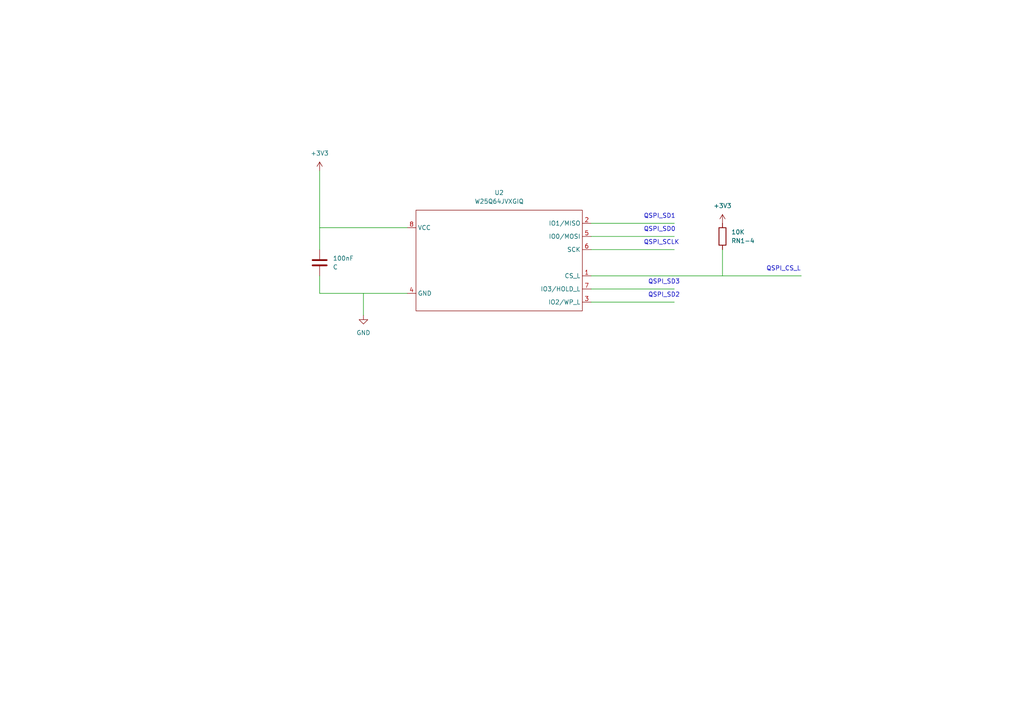
<source format=kicad_sch>
(kicad_sch (version 20211123) (generator eeschema)
  (paper "A4")
  (lib_symbols
    (symbol "Device:C" (pin_numbers hide) (pin_names (offset 0.254))
      (property "Reference" "C" (at 0.635 2.54 0))
      (property "Value" "C" (at 0.635 -2.54 0))
      (symbol "C_0_1"
        (polyline (pts (xy -2.032 -0.762) (xy 2.032 -0.762)) (stroke (width 0.508)))
        (polyline (pts (xy -2.032 0.762) (xy 2.032 0.762)) (stroke (width 0.508)))
      )
      (symbol "C_1_1"
        (pin passive line (at 0 3.81 270) (length 2.794) (name "~") (number "1"))
        (pin passive line (at 0 -3.81 90) (length 2.794) (name "~") (number "2"))
      )
    )
    (symbol "Device:R" (pin_numbers hide) (pin_names (offset 0))
      (property "Reference" "R" (at 2.032 0 90))
      (property "Value" "R" (at 0 0 90))
      (symbol "R_0_1"
        (rectangle (start -1.016 -2.54) (end 1.016 2.54) (stroke (width 0.254)))
      )
      (symbol "R_1_1"
        (pin passive line (at 0 3.81 270) (length 1.27) (name "~") (number "1"))
        (pin passive line (at 0 -3.81 90) (length 1.27) (name "~") (number "2"))
      )
    )
    (symbol "Flash_Memory:W25Q64JVXGIQ"
      (property "Reference" "U" (at 0 0 0))
      (property "Value" "W25Q64JVXGIQ" (at 0 -3.81 0))
      (symbol "W25Q64JVXGIQ_0_0"
        (pin input line (at 36.83 24.13 180) (length 2.54) (name "CS_L") (number "1"))
        (pin input line (at 36.83 39.37 180) (length 2.54) (name "IO1/MISO") (number "2"))
        (pin input line (at 36.83 16.51 180) (length 2.54) (name "IO2/WP_L") (number "3"))
        (pin power_in line (at -16.51 19.05 0) (length 2.54) (name "GND") (number "4"))
        (pin output line (at 36.83 35.56 180) (length 2.54) (name "IO0/MOSI") (number "5"))
        (pin input line (at 36.83 31.75 180) (length 2.54) (name "SCK") (number "6"))
        (pin input line (at 36.83 20.32 180) (length 2.54) (name "IO3/HOLD_L") (number "7"))
        (pin input line (at -16.51 38.1 0) (length 2.54) (name "VCC") (number "8"))
      )
      (symbol "W25Q64JVXGIQ_0_1"
        (rectangle (start -13.97 43.18) (end 34.29 13.97))
      )
    )
    (symbol "power:+3V3" (power) (pin_names (offset 0))
      (property "Value" "+3V3" (at 0 3.556 0))
      (symbol "+3V3_0_1"
        (polyline (pts (xy -0.762 1.27) (xy 0 2.54)))
        (polyline (pts (xy 0 0) (xy 0 2.54)))
        (polyline (pts (xy 0 2.54) (xy 0.762 1.27)))
      )
      (symbol "+3V3_1_1"
        (pin power_in line (at 0 0 90) (length 0) hide (name "+3V3") (number "1"))
      )
    )
    (symbol "power:GND" (power) (pin_names (offset 0))
      (property "Value" "GND" (at 0 -3.81 0))
      (symbol "GND_0_1"
        (polyline (pts (xy 0 0) (xy 0 -1.27) (xy 1.27 -1.27) (xy 0 -2.54) (xy -1.27 -1.27) (xy 0 -1.27)))
      )
      (symbol "GND_1_1"
        (pin power_in line (at 0 0 270) (length 0) hide (name "GND") (number "1"))
      )
    )
  )
  (wire (pts (xy 92.71 66.04) (xy 118.11 66.04)))
  (wire (pts (xy 171.45 87.63) (xy 195.58 87.63)))
  (wire (pts (xy 171.45 83.82) (xy 195.58 83.82)))
  (wire (pts (xy 171.45 72.39) (xy 195.58 72.39)))
  (wire (pts (xy 105.41 85.09) (xy 105.41 91.44)))
  (wire (pts (xy 92.71 49.53) (xy 92.71 72.39)))
  (wire (pts (xy 92.71 80.01) (xy 92.71 85.09)))
  (wire (pts (xy 171.45 80.01) (xy 232.41 80.01)))
  (wire (pts (xy 171.45 68.58) (xy 195.58 68.58)))
  (wire (pts (xy 171.45 64.77) (xy 195.58 64.77)))
  (wire (pts (xy 209.55 72.39) (xy 209.55 80.01)))
  (wire (pts (xy 92.71 85.09) (xy 118.11 85.09)))
  (text "QSPI_SD3" (at 187.96 82.55 0) (effects (font (size 1.27 1.27)) (justify left bottom)))
  (text "QSPI_SD1" (at 186.69 63.5 0) (effects (font (size 1.27 1.27)) (justify left bottom)))
  (text "QSPI_CS_L" (at 222.25 78.74 0) (effects (font (size 1.27 1.27)) (justify left bottom)))
  (text "QSPI_SD2" (at 187.96 86.36 0) (effects (font (size 1.27 1.27)) (justify left bottom)))
  (text "QSPI_SCLK" (at 186.69 71.12 0) (effects (font (size 1.27 1.27)) (justify left bottom)))
  (text "QSPI_SD0" (at 186.69 67.31 0) (effects (font (size 1.27 1.27)) (justify left bottom)))
  (symbol (lib_id "Device:C") (at 92.71 76.2 0) (unit 1)
    (property "Reference" "100nF" (at 96.52 74.9299 0) (effects (justify left)))
    (property "Value" "C" (at 96.52 77.4699 0) (effects (justify left)))
  )
  (symbol (lib_id "power:GND") (at 105.41 91.44 0) (unit 1)
    (property "Reference" "#PWR?" (effects hide))
    (property "Value" "GND" (at 105.41 96.52 0))
  )
  (symbol (lib_id "power:+3V3") (at 209.55 64.77 0) (unit 1)
    (property "Reference" "#PWR?" (effects hide))
    (property "Value" "+3V3" (at 209.55 59.69 0))
  )
  (symbol (lib_id "Device:R") (at 209.55 68.58 0) (unit 1)
    (property "Reference" "10K" (at 212.09 67.3099 0) (effects (justify left)))
    (property "Value" "RN1-4" (at 212.09 69.8499 0) (effects (justify left)))
  )
  (symbol (lib_id "power:+3V3") (at 92.71 49.53 0) (unit 1)
    (property "Reference" "#PWR?" (effects hide))
    (property "Value" "+3V3" (at 92.71 44.45 0))
  )
  (symbol (lib_id "Flash_Memory:W25Q64JVXGIQ") (at 134.62 104.14 0) (unit 1)
    (property "Reference" "U2" (at 144.78 55.88 0))
    (property "Value" "W25Q64JVXGIQ" (at 144.78 58.42 0))
  )
)
</source>
